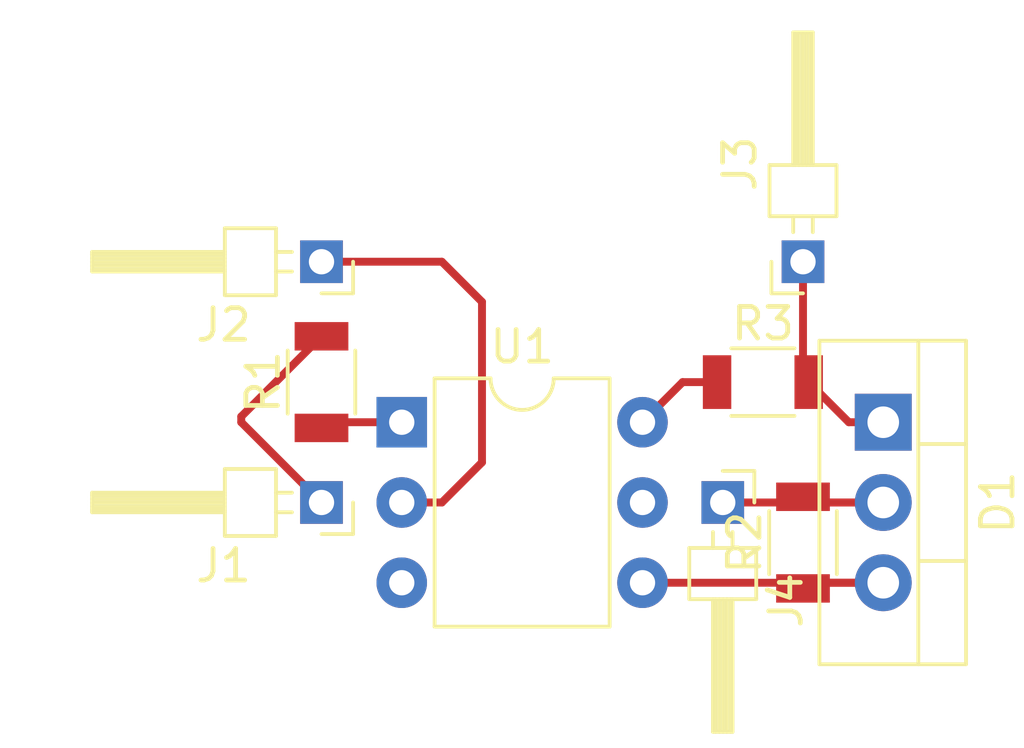
<source format=kicad_pcb>
(kicad_pcb (version 4) (host pcbnew 4.0.7)

  (general
    (links 10)
    (no_connects 0)
    (area 150.424287 115.264999 188.665715 138.735001)
    (thickness 1.6)
    (drawings 8)
    (tracks 23)
    (zones 0)
    (modules 9)
    (nets 10)
  )

  (page A4)
  (layers
    (0 F.Cu signal)
    (31 B.Cu signal)
    (32 B.Adhes user)
    (33 F.Adhes user)
    (34 B.Paste user)
    (35 F.Paste user)
    (36 B.SilkS user)
    (37 F.SilkS user)
    (38 B.Mask user)
    (39 F.Mask user)
    (40 Dwgs.User user)
    (41 Cmts.User user)
    (42 Eco1.User user)
    (43 Eco2.User user)
    (44 Edge.Cuts user)
    (45 Margin user)
    (46 B.CrtYd user)
    (47 F.CrtYd user)
    (48 B.Fab user)
    (49 F.Fab user)
  )

  (setup
    (last_trace_width 0.25)
    (trace_clearance 0.2)
    (zone_clearance 0.508)
    (zone_45_only no)
    (trace_min 0.2)
    (segment_width 0.2)
    (edge_width 0.15)
    (via_size 0.6)
    (via_drill 0.4)
    (via_min_size 0.4)
    (via_min_drill 0.3)
    (uvia_size 0.3)
    (uvia_drill 0.1)
    (uvias_allowed no)
    (uvia_min_size 0.2)
    (uvia_min_drill 0.1)
    (pcb_text_width 0.3)
    (pcb_text_size 1.5 1.5)
    (mod_edge_width 0.15)
    (mod_text_size 1 1)
    (mod_text_width 0.15)
    (pad_size 1.524 1.524)
    (pad_drill 0.762)
    (pad_to_mask_clearance 0.2)
    (aux_axis_origin 0 0)
    (visible_elements 7FFFFFFF)
    (pcbplotparams
      (layerselection 0x00030_80000001)
      (usegerberextensions false)
      (excludeedgelayer true)
      (linewidth 0.100000)
      (plotframeref false)
      (viasonmask false)
      (mode 1)
      (useauxorigin false)
      (hpglpennumber 1)
      (hpglpenspeed 20)
      (hpglpendiameter 15)
      (hpglpenoverlay 2)
      (psnegative false)
      (psa4output false)
      (plotreference true)
      (plotvalue true)
      (plotinvisibletext false)
      (padsonsilk false)
      (subtractmaskfromsilk false)
      (outputformat 1)
      (mirror false)
      (drillshape 1)
      (scaleselection 1)
      (outputdirectory ""))
  )

  (net 0 "")
  (net 1 LINE)
  (net 2 "Net-(D1-Pad3)")
  (net 3 "Net-(R1-Pad1)")
  (net 4 "Net-(R3-Pad1)")
  (net 5 "Net-(U1-Pad5)")
  (net 6 "Net-(U1-Pad3)")
  (net 7 "Net-(J1-Pad1)")
  (net 8 "Net-(J2-Pad1)")
  (net 9 "Net-(D1-Pad1)")

  (net_class Default "This is the default net class."
    (clearance 0.2)
    (trace_width 0.25)
    (via_dia 0.6)
    (via_drill 0.4)
    (uvia_dia 0.3)
    (uvia_drill 0.1)
    (add_net LINE)
    (add_net "Net-(D1-Pad1)")
    (add_net "Net-(D1-Pad3)")
    (add_net "Net-(J1-Pad1)")
    (add_net "Net-(J2-Pad1)")
    (add_net "Net-(R1-Pad1)")
    (add_net "Net-(R3-Pad1)")
    (add_net "Net-(U1-Pad3)")
    (add_net "Net-(U1-Pad5)")
  )

  (module Pin_Headers:Pin_Header_Angled_1x01_Pitch2.00mm (layer F.Cu) (tedit 59650533) (tstamp 5A986640)
    (at 173.99 130.81 270)
    (descr "Through hole angled pin header, 1x01, 2.00mm pitch, 4.2mm pin length, single row")
    (tags "Through hole angled pin header THT 1x01 2.00mm single row")
    (path /5A9868D3)
    (fp_text reference J4 (at 3.1 -2 270) (layer F.SilkS)
      (effects (font (size 1 1) (thickness 0.15)))
    )
    (fp_text value Conn_01x01 (at 3.1 2 270) (layer F.Fab)
      (effects (font (size 1 1) (thickness 0.15)))
    )
    (fp_line (start 1.875 -1) (end 3 -1) (layer F.Fab) (width 0.1))
    (fp_line (start 3 -1) (end 3 1) (layer F.Fab) (width 0.1))
    (fp_line (start 3 1) (end 1.5 1) (layer F.Fab) (width 0.1))
    (fp_line (start 1.5 1) (end 1.5 -0.625) (layer F.Fab) (width 0.1))
    (fp_line (start 1.5 -0.625) (end 1.875 -1) (layer F.Fab) (width 0.1))
    (fp_line (start -0.25 -0.25) (end 1.5 -0.25) (layer F.Fab) (width 0.1))
    (fp_line (start -0.25 -0.25) (end -0.25 0.25) (layer F.Fab) (width 0.1))
    (fp_line (start -0.25 0.25) (end 1.5 0.25) (layer F.Fab) (width 0.1))
    (fp_line (start 3 -0.25) (end 7.2 -0.25) (layer F.Fab) (width 0.1))
    (fp_line (start 7.2 -0.25) (end 7.2 0.25) (layer F.Fab) (width 0.1))
    (fp_line (start 3 0.25) (end 7.2 0.25) (layer F.Fab) (width 0.1))
    (fp_line (start 1.44 -1.06) (end 1.44 1.06) (layer F.SilkS) (width 0.12))
    (fp_line (start 1.44 1.06) (end 3.06 1.06) (layer F.SilkS) (width 0.12))
    (fp_line (start 3.06 1.06) (end 3.06 -1.06) (layer F.SilkS) (width 0.12))
    (fp_line (start 3.06 -1.06) (end 1.44 -1.06) (layer F.SilkS) (width 0.12))
    (fp_line (start 3.06 -0.31) (end 7.26 -0.31) (layer F.SilkS) (width 0.12))
    (fp_line (start 7.26 -0.31) (end 7.26 0.31) (layer F.SilkS) (width 0.12))
    (fp_line (start 7.26 0.31) (end 3.06 0.31) (layer F.SilkS) (width 0.12))
    (fp_line (start 3.06 -0.25) (end 7.26 -0.25) (layer F.SilkS) (width 0.12))
    (fp_line (start 3.06 -0.13) (end 7.26 -0.13) (layer F.SilkS) (width 0.12))
    (fp_line (start 3.06 -0.01) (end 7.26 -0.01) (layer F.SilkS) (width 0.12))
    (fp_line (start 3.06 0.11) (end 7.26 0.11) (layer F.SilkS) (width 0.12))
    (fp_line (start 3.06 0.23) (end 7.26 0.23) (layer F.SilkS) (width 0.12))
    (fp_line (start 0.935 -0.31) (end 1.44 -0.31) (layer F.SilkS) (width 0.12))
    (fp_line (start 0.935 0.31) (end 1.44 0.31) (layer F.SilkS) (width 0.12))
    (fp_line (start -1 0) (end -1 -1) (layer F.SilkS) (width 0.12))
    (fp_line (start -1 -1) (end 0 -1) (layer F.SilkS) (width 0.12))
    (fp_line (start -1.5 -1.5) (end -1.5 1.5) (layer F.CrtYd) (width 0.05))
    (fp_line (start -1.5 1.5) (end 7.7 1.5) (layer F.CrtYd) (width 0.05))
    (fp_line (start 7.7 1.5) (end 7.7 -1.5) (layer F.CrtYd) (width 0.05))
    (fp_line (start 7.7 -1.5) (end -1.5 -1.5) (layer F.CrtYd) (width 0.05))
    (fp_text user %R (at 2.25 0 360) (layer F.Fab)
      (effects (font (size 0.9 0.9) (thickness 0.135)))
    )
    (pad 1 thru_hole rect (at 0 0 270) (size 1.35 1.35) (drill 0.8) (layers *.Cu *.Mask)
      (net 1 LINE))
    (model ${KISYS3DMOD}/Pin_Headers.3dshapes/Pin_Header_Angled_1x01_Pitch2.00mm.wrl
      (at (xyz 0 0 0))
      (scale (xyz 1 1 1))
      (rotate (xyz 0 0 0))
    )
  )

  (module Housings_DIP:DIP-6_W7.62mm (layer F.Cu) (tedit 58CC8E33) (tstamp 5A99AD37)
    (at 163.83 128.27)
    (descr "6-lead dip package, row spacing 7.62 mm (300 mils)")
    (tags "DIL DIP PDIP 2.54mm 7.62mm 300mil")
    (path /5A984D38)
    (fp_text reference U1 (at 3.81 -2.39) (layer F.SilkS)
      (effects (font (size 1 1) (thickness 0.15)))
    )
    (fp_text value MOC3063M (at 3.81 7.47) (layer F.Fab)
      (effects (font (size 1 1) (thickness 0.15)))
    )
    (fp_text user %R (at 3.81 2.54) (layer F.Fab)
      (effects (font (size 1 1) (thickness 0.15)))
    )
    (fp_line (start 1.635 -1.27) (end 6.985 -1.27) (layer F.Fab) (width 0.1))
    (fp_line (start 6.985 -1.27) (end 6.985 6.35) (layer F.Fab) (width 0.1))
    (fp_line (start 6.985 6.35) (end 0.635 6.35) (layer F.Fab) (width 0.1))
    (fp_line (start 0.635 6.35) (end 0.635 -0.27) (layer F.Fab) (width 0.1))
    (fp_line (start 0.635 -0.27) (end 1.635 -1.27) (layer F.Fab) (width 0.1))
    (fp_line (start 2.81 -1.39) (end 1.04 -1.39) (layer F.SilkS) (width 0.12))
    (fp_line (start 1.04 -1.39) (end 1.04 6.47) (layer F.SilkS) (width 0.12))
    (fp_line (start 1.04 6.47) (end 6.58 6.47) (layer F.SilkS) (width 0.12))
    (fp_line (start 6.58 6.47) (end 6.58 -1.39) (layer F.SilkS) (width 0.12))
    (fp_line (start 6.58 -1.39) (end 4.81 -1.39) (layer F.SilkS) (width 0.12))
    (fp_line (start -1.1 -1.6) (end -1.1 6.6) (layer F.CrtYd) (width 0.05))
    (fp_line (start -1.1 6.6) (end 8.7 6.6) (layer F.CrtYd) (width 0.05))
    (fp_line (start 8.7 6.6) (end 8.7 -1.6) (layer F.CrtYd) (width 0.05))
    (fp_line (start 8.7 -1.6) (end -1.1 -1.6) (layer F.CrtYd) (width 0.05))
    (fp_arc (start 3.81 -1.39) (end 2.81 -1.39) (angle -180) (layer F.SilkS) (width 0.12))
    (pad 1 thru_hole rect (at 0 0) (size 1.6 1.6) (drill 0.8) (layers *.Cu *.Mask)
      (net 3 "Net-(R1-Pad1)"))
    (pad 4 thru_hole oval (at 7.62 5.08) (size 1.6 1.6) (drill 0.8) (layers *.Cu *.Mask)
      (net 2 "Net-(D1-Pad3)"))
    (pad 2 thru_hole oval (at 0 2.54) (size 1.6 1.6) (drill 0.8) (layers *.Cu *.Mask)
      (net 8 "Net-(J2-Pad1)"))
    (pad 5 thru_hole oval (at 7.62 2.54) (size 1.6 1.6) (drill 0.8) (layers *.Cu *.Mask)
      (net 5 "Net-(U1-Pad5)"))
    (pad 3 thru_hole oval (at 0 5.08) (size 1.6 1.6) (drill 0.8) (layers *.Cu *.Mask)
      (net 6 "Net-(U1-Pad3)"))
    (pad 6 thru_hole oval (at 7.62 0) (size 1.6 1.6) (drill 0.8) (layers *.Cu *.Mask)
      (net 4 "Net-(R3-Pad1)"))
    (model ${KISYS3DMOD}/Housings_DIP.3dshapes/DIP-6_W7.62mm.wrl
      (at (xyz 0 0 0))
      (scale (xyz 1 1 1))
      (rotate (xyz 0 0 0))
    )
  )

  (module Resistors_SMD:R_1206 (layer F.Cu) (tedit 5A99AD6C) (tstamp 5A9852A3)
    (at 161.29 127 90)
    (descr "Resistor SMD 1206, reflow soldering, Vishay (see dcrcw.pdf)")
    (tags "resistor 1206")
    (path /5A984F57)
    (attr smd)
    (fp_text reference R1 (at 0 -1.85 90) (layer F.SilkS)
      (effects (font (size 1 1) (thickness 0.15)))
    )
    (fp_text value R (at 0 1.95 90) (layer F.Fab)
      (effects (font (size 1 1) (thickness 0.15)))
    )
    (fp_text user %R (at 0 0 90) (layer F.Fab)
      (effects (font (size 0.7 0.7) (thickness 0.105)))
    )
    (fp_line (start -1.6 0.8) (end -1.6 -0.8) (layer F.Fab) (width 0.1))
    (fp_line (start 1.6 0.8) (end -1.6 0.8) (layer F.Fab) (width 0.1))
    (fp_line (start 1.6 -0.8) (end 1.6 0.8) (layer F.Fab) (width 0.1))
    (fp_line (start -1.6 -0.8) (end 1.6 -0.8) (layer F.Fab) (width 0.1))
    (fp_line (start 1 1.07) (end -1 1.07) (layer F.SilkS) (width 0.12))
    (fp_line (start -1 -1.07) (end 1 -1.07) (layer F.SilkS) (width 0.12))
    (fp_line (start -2.15 -1.11) (end 2.15 -1.11) (layer F.CrtYd) (width 0.05))
    (fp_line (start -2.15 -1.11) (end -2.15 1.1) (layer F.CrtYd) (width 0.05))
    (fp_line (start 2.15 1.1) (end 2.15 -1.11) (layer F.CrtYd) (width 0.05))
    (fp_line (start 2.15 1.1) (end -2.15 1.1) (layer F.CrtYd) (width 0.05))
    (pad 1 smd rect (at -1.45 0 90) (size 0.9 1.7) (layers F.Cu F.Paste F.Mask)
      (net 3 "Net-(R1-Pad1)"))
    (pad 2 smd rect (at 1.45 0 90) (size 0.9 1.7) (layers F.Cu F.Paste F.Mask)
      (net 7 "Net-(J1-Pad1)"))
    (model ${KISYS3DMOD}/Resistors_SMD.3dshapes/R_1206.wrl
      (at (xyz 0 0 0))
      (scale (xyz 1 1 1))
      (rotate (xyz 0 0 0))
    )
  )

  (module Resistors_SMD:R_1206 (layer F.Cu) (tedit 58E0A804) (tstamp 5A9852A9)
    (at 176.53 132.08 90)
    (descr "Resistor SMD 1206, reflow soldering, Vishay (see dcrcw.pdf)")
    (tags "resistor 1206")
    (path /5A984E43)
    (attr smd)
    (fp_text reference R2 (at 0 -1.85 90) (layer F.SilkS)
      (effects (font (size 1 1) (thickness 0.15)))
    )
    (fp_text value 4k7 (at 0 1.95 90) (layer F.Fab)
      (effects (font (size 1 1) (thickness 0.15)))
    )
    (fp_text user %R (at 0 0 90) (layer F.Fab)
      (effects (font (size 0.7 0.7) (thickness 0.105)))
    )
    (fp_line (start -1.6 0.8) (end -1.6 -0.8) (layer F.Fab) (width 0.1))
    (fp_line (start 1.6 0.8) (end -1.6 0.8) (layer F.Fab) (width 0.1))
    (fp_line (start 1.6 -0.8) (end 1.6 0.8) (layer F.Fab) (width 0.1))
    (fp_line (start -1.6 -0.8) (end 1.6 -0.8) (layer F.Fab) (width 0.1))
    (fp_line (start 1 1.07) (end -1 1.07) (layer F.SilkS) (width 0.12))
    (fp_line (start -1 -1.07) (end 1 -1.07) (layer F.SilkS) (width 0.12))
    (fp_line (start -2.15 -1.11) (end 2.15 -1.11) (layer F.CrtYd) (width 0.05))
    (fp_line (start -2.15 -1.11) (end -2.15 1.1) (layer F.CrtYd) (width 0.05))
    (fp_line (start 2.15 1.1) (end 2.15 -1.11) (layer F.CrtYd) (width 0.05))
    (fp_line (start 2.15 1.1) (end -2.15 1.1) (layer F.CrtYd) (width 0.05))
    (pad 1 smd rect (at -1.45 0 90) (size 0.9 1.7) (layers F.Cu F.Paste F.Mask)
      (net 2 "Net-(D1-Pad3)"))
    (pad 2 smd rect (at 1.45 0 90) (size 0.9 1.7) (layers F.Cu F.Paste F.Mask)
      (net 1 LINE))
    (model ${KISYS3DMOD}/Resistors_SMD.3dshapes/R_1206.wrl
      (at (xyz 0 0 0))
      (scale (xyz 1 1 1))
      (rotate (xyz 0 0 0))
    )
  )

  (module Resistors_SMD:R_1206 (layer F.Cu) (tedit 58E0A804) (tstamp 5A9852AF)
    (at 175.26 127)
    (descr "Resistor SMD 1206, reflow soldering, Vishay (see dcrcw.pdf)")
    (tags "resistor 1206")
    (path /5A984EE6)
    (attr smd)
    (fp_text reference R3 (at 0 -1.85) (layer F.SilkS)
      (effects (font (size 1 1) (thickness 0.15)))
    )
    (fp_text value 470R (at 0 1.95) (layer F.Fab)
      (effects (font (size 1 1) (thickness 0.15)))
    )
    (fp_text user %R (at 0 0) (layer F.Fab)
      (effects (font (size 0.7 0.7) (thickness 0.105)))
    )
    (fp_line (start -1.6 0.8) (end -1.6 -0.8) (layer F.Fab) (width 0.1))
    (fp_line (start 1.6 0.8) (end -1.6 0.8) (layer F.Fab) (width 0.1))
    (fp_line (start 1.6 -0.8) (end 1.6 0.8) (layer F.Fab) (width 0.1))
    (fp_line (start -1.6 -0.8) (end 1.6 -0.8) (layer F.Fab) (width 0.1))
    (fp_line (start 1 1.07) (end -1 1.07) (layer F.SilkS) (width 0.12))
    (fp_line (start -1 -1.07) (end 1 -1.07) (layer F.SilkS) (width 0.12))
    (fp_line (start -2.15 -1.11) (end 2.15 -1.11) (layer F.CrtYd) (width 0.05))
    (fp_line (start -2.15 -1.11) (end -2.15 1.1) (layer F.CrtYd) (width 0.05))
    (fp_line (start 2.15 1.1) (end 2.15 -1.11) (layer F.CrtYd) (width 0.05))
    (fp_line (start 2.15 1.1) (end -2.15 1.1) (layer F.CrtYd) (width 0.05))
    (pad 1 smd rect (at -1.45 0) (size 0.9 1.7) (layers F.Cu F.Paste F.Mask)
      (net 4 "Net-(R3-Pad1)"))
    (pad 2 smd rect (at 1.45 0) (size 0.9 1.7) (layers F.Cu F.Paste F.Mask)
      (net 9 "Net-(D1-Pad1)"))
    (model ${KISYS3DMOD}/Resistors_SMD.3dshapes/R_1206.wrl
      (at (xyz 0 0 0))
      (scale (xyz 1 1 1))
      (rotate (xyz 0 0 0))
    )
  )

  (module Pin_Headers:Pin_Header_Angled_1x01_Pitch2.00mm (layer F.Cu) (tedit 59650533) (tstamp 5A986631)
    (at 161.29 130.81 180)
    (descr "Through hole angled pin header, 1x01, 2.00mm pitch, 4.2mm pin length, single row")
    (tags "Through hole angled pin header THT 1x01 2.00mm single row")
    (path /5A986677)
    (fp_text reference J1 (at 3.1 -2 180) (layer F.SilkS)
      (effects (font (size 1 1) (thickness 0.15)))
    )
    (fp_text value Conn_01x01 (at 3.1 2 180) (layer F.Fab)
      (effects (font (size 1 1) (thickness 0.15)))
    )
    (fp_line (start 1.875 -1) (end 3 -1) (layer F.Fab) (width 0.1))
    (fp_line (start 3 -1) (end 3 1) (layer F.Fab) (width 0.1))
    (fp_line (start 3 1) (end 1.5 1) (layer F.Fab) (width 0.1))
    (fp_line (start 1.5 1) (end 1.5 -0.625) (layer F.Fab) (width 0.1))
    (fp_line (start 1.5 -0.625) (end 1.875 -1) (layer F.Fab) (width 0.1))
    (fp_line (start -0.25 -0.25) (end 1.5 -0.25) (layer F.Fab) (width 0.1))
    (fp_line (start -0.25 -0.25) (end -0.25 0.25) (layer F.Fab) (width 0.1))
    (fp_line (start -0.25 0.25) (end 1.5 0.25) (layer F.Fab) (width 0.1))
    (fp_line (start 3 -0.25) (end 7.2 -0.25) (layer F.Fab) (width 0.1))
    (fp_line (start 7.2 -0.25) (end 7.2 0.25) (layer F.Fab) (width 0.1))
    (fp_line (start 3 0.25) (end 7.2 0.25) (layer F.Fab) (width 0.1))
    (fp_line (start 1.44 -1.06) (end 1.44 1.06) (layer F.SilkS) (width 0.12))
    (fp_line (start 1.44 1.06) (end 3.06 1.06) (layer F.SilkS) (width 0.12))
    (fp_line (start 3.06 1.06) (end 3.06 -1.06) (layer F.SilkS) (width 0.12))
    (fp_line (start 3.06 -1.06) (end 1.44 -1.06) (layer F.SilkS) (width 0.12))
    (fp_line (start 3.06 -0.31) (end 7.26 -0.31) (layer F.SilkS) (width 0.12))
    (fp_line (start 7.26 -0.31) (end 7.26 0.31) (layer F.SilkS) (width 0.12))
    (fp_line (start 7.26 0.31) (end 3.06 0.31) (layer F.SilkS) (width 0.12))
    (fp_line (start 3.06 -0.25) (end 7.26 -0.25) (layer F.SilkS) (width 0.12))
    (fp_line (start 3.06 -0.13) (end 7.26 -0.13) (layer F.SilkS) (width 0.12))
    (fp_line (start 3.06 -0.01) (end 7.26 -0.01) (layer F.SilkS) (width 0.12))
    (fp_line (start 3.06 0.11) (end 7.26 0.11) (layer F.SilkS) (width 0.12))
    (fp_line (start 3.06 0.23) (end 7.26 0.23) (layer F.SilkS) (width 0.12))
    (fp_line (start 0.935 -0.31) (end 1.44 -0.31) (layer F.SilkS) (width 0.12))
    (fp_line (start 0.935 0.31) (end 1.44 0.31) (layer F.SilkS) (width 0.12))
    (fp_line (start -1 0) (end -1 -1) (layer F.SilkS) (width 0.12))
    (fp_line (start -1 -1) (end 0 -1) (layer F.SilkS) (width 0.12))
    (fp_line (start -1.5 -1.5) (end -1.5 1.5) (layer F.CrtYd) (width 0.05))
    (fp_line (start -1.5 1.5) (end 7.7 1.5) (layer F.CrtYd) (width 0.05))
    (fp_line (start 7.7 1.5) (end 7.7 -1.5) (layer F.CrtYd) (width 0.05))
    (fp_line (start 7.7 -1.5) (end -1.5 -1.5) (layer F.CrtYd) (width 0.05))
    (fp_text user %R (at 2.25 0 270) (layer F.Fab)
      (effects (font (size 0.9 0.9) (thickness 0.135)))
    )
    (pad 1 thru_hole rect (at 0 0 180) (size 1.35 1.35) (drill 0.8) (layers *.Cu *.Mask)
      (net 7 "Net-(J1-Pad1)"))
    (model ${KISYS3DMOD}/Pin_Headers.3dshapes/Pin_Header_Angled_1x01_Pitch2.00mm.wrl
      (at (xyz 0 0 0))
      (scale (xyz 1 1 1))
      (rotate (xyz 0 0 0))
    )
  )

  (module Pin_Headers:Pin_Header_Angled_1x01_Pitch2.00mm (layer F.Cu) (tedit 59650533) (tstamp 5A986636)
    (at 161.29 123.19 180)
    (descr "Through hole angled pin header, 1x01, 2.00mm pitch, 4.2mm pin length, single row")
    (tags "Through hole angled pin header THT 1x01 2.00mm single row")
    (path /5A986724)
    (fp_text reference J2 (at 3.1 -2 180) (layer F.SilkS)
      (effects (font (size 1 1) (thickness 0.15)))
    )
    (fp_text value Conn_01x01 (at 3.1 2 180) (layer F.Fab)
      (effects (font (size 1 1) (thickness 0.15)))
    )
    (fp_line (start 1.875 -1) (end 3 -1) (layer F.Fab) (width 0.1))
    (fp_line (start 3 -1) (end 3 1) (layer F.Fab) (width 0.1))
    (fp_line (start 3 1) (end 1.5 1) (layer F.Fab) (width 0.1))
    (fp_line (start 1.5 1) (end 1.5 -0.625) (layer F.Fab) (width 0.1))
    (fp_line (start 1.5 -0.625) (end 1.875 -1) (layer F.Fab) (width 0.1))
    (fp_line (start -0.25 -0.25) (end 1.5 -0.25) (layer F.Fab) (width 0.1))
    (fp_line (start -0.25 -0.25) (end -0.25 0.25) (layer F.Fab) (width 0.1))
    (fp_line (start -0.25 0.25) (end 1.5 0.25) (layer F.Fab) (width 0.1))
    (fp_line (start 3 -0.25) (end 7.2 -0.25) (layer F.Fab) (width 0.1))
    (fp_line (start 7.2 -0.25) (end 7.2 0.25) (layer F.Fab) (width 0.1))
    (fp_line (start 3 0.25) (end 7.2 0.25) (layer F.Fab) (width 0.1))
    (fp_line (start 1.44 -1.06) (end 1.44 1.06) (layer F.SilkS) (width 0.12))
    (fp_line (start 1.44 1.06) (end 3.06 1.06) (layer F.SilkS) (width 0.12))
    (fp_line (start 3.06 1.06) (end 3.06 -1.06) (layer F.SilkS) (width 0.12))
    (fp_line (start 3.06 -1.06) (end 1.44 -1.06) (layer F.SilkS) (width 0.12))
    (fp_line (start 3.06 -0.31) (end 7.26 -0.31) (layer F.SilkS) (width 0.12))
    (fp_line (start 7.26 -0.31) (end 7.26 0.31) (layer F.SilkS) (width 0.12))
    (fp_line (start 7.26 0.31) (end 3.06 0.31) (layer F.SilkS) (width 0.12))
    (fp_line (start 3.06 -0.25) (end 7.26 -0.25) (layer F.SilkS) (width 0.12))
    (fp_line (start 3.06 -0.13) (end 7.26 -0.13) (layer F.SilkS) (width 0.12))
    (fp_line (start 3.06 -0.01) (end 7.26 -0.01) (layer F.SilkS) (width 0.12))
    (fp_line (start 3.06 0.11) (end 7.26 0.11) (layer F.SilkS) (width 0.12))
    (fp_line (start 3.06 0.23) (end 7.26 0.23) (layer F.SilkS) (width 0.12))
    (fp_line (start 0.935 -0.31) (end 1.44 -0.31) (layer F.SilkS) (width 0.12))
    (fp_line (start 0.935 0.31) (end 1.44 0.31) (layer F.SilkS) (width 0.12))
    (fp_line (start -1 0) (end -1 -1) (layer F.SilkS) (width 0.12))
    (fp_line (start -1 -1) (end 0 -1) (layer F.SilkS) (width 0.12))
    (fp_line (start -1.5 -1.5) (end -1.5 1.5) (layer F.CrtYd) (width 0.05))
    (fp_line (start -1.5 1.5) (end 7.7 1.5) (layer F.CrtYd) (width 0.05))
    (fp_line (start 7.7 1.5) (end 7.7 -1.5) (layer F.CrtYd) (width 0.05))
    (fp_line (start 7.7 -1.5) (end -1.5 -1.5) (layer F.CrtYd) (width 0.05))
    (fp_text user %R (at 2.25 0 270) (layer F.Fab)
      (effects (font (size 0.9 0.9) (thickness 0.135)))
    )
    (pad 1 thru_hole rect (at 0 0 180) (size 1.35 1.35) (drill 0.8) (layers *.Cu *.Mask)
      (net 8 "Net-(J2-Pad1)"))
    (model ${KISYS3DMOD}/Pin_Headers.3dshapes/Pin_Header_Angled_1x01_Pitch2.00mm.wrl
      (at (xyz 0 0 0))
      (scale (xyz 1 1 1))
      (rotate (xyz 0 0 0))
    )
  )

  (module Pin_Headers:Pin_Header_Angled_1x01_Pitch2.00mm (layer F.Cu) (tedit 59650533) (tstamp 5A98663B)
    (at 176.53 123.19 90)
    (descr "Through hole angled pin header, 1x01, 2.00mm pitch, 4.2mm pin length, single row")
    (tags "Through hole angled pin header THT 1x01 2.00mm single row")
    (path /5A9867CE)
    (fp_text reference J3 (at 3.1 -2 90) (layer F.SilkS)
      (effects (font (size 1 1) (thickness 0.15)))
    )
    (fp_text value Conn_01x01 (at 3.1 2 90) (layer F.Fab)
      (effects (font (size 1 1) (thickness 0.15)))
    )
    (fp_line (start 1.875 -1) (end 3 -1) (layer F.Fab) (width 0.1))
    (fp_line (start 3 -1) (end 3 1) (layer F.Fab) (width 0.1))
    (fp_line (start 3 1) (end 1.5 1) (layer F.Fab) (width 0.1))
    (fp_line (start 1.5 1) (end 1.5 -0.625) (layer F.Fab) (width 0.1))
    (fp_line (start 1.5 -0.625) (end 1.875 -1) (layer F.Fab) (width 0.1))
    (fp_line (start -0.25 -0.25) (end 1.5 -0.25) (layer F.Fab) (width 0.1))
    (fp_line (start -0.25 -0.25) (end -0.25 0.25) (layer F.Fab) (width 0.1))
    (fp_line (start -0.25 0.25) (end 1.5 0.25) (layer F.Fab) (width 0.1))
    (fp_line (start 3 -0.25) (end 7.2 -0.25) (layer F.Fab) (width 0.1))
    (fp_line (start 7.2 -0.25) (end 7.2 0.25) (layer F.Fab) (width 0.1))
    (fp_line (start 3 0.25) (end 7.2 0.25) (layer F.Fab) (width 0.1))
    (fp_line (start 1.44 -1.06) (end 1.44 1.06) (layer F.SilkS) (width 0.12))
    (fp_line (start 1.44 1.06) (end 3.06 1.06) (layer F.SilkS) (width 0.12))
    (fp_line (start 3.06 1.06) (end 3.06 -1.06) (layer F.SilkS) (width 0.12))
    (fp_line (start 3.06 -1.06) (end 1.44 -1.06) (layer F.SilkS) (width 0.12))
    (fp_line (start 3.06 -0.31) (end 7.26 -0.31) (layer F.SilkS) (width 0.12))
    (fp_line (start 7.26 -0.31) (end 7.26 0.31) (layer F.SilkS) (width 0.12))
    (fp_line (start 7.26 0.31) (end 3.06 0.31) (layer F.SilkS) (width 0.12))
    (fp_line (start 3.06 -0.25) (end 7.26 -0.25) (layer F.SilkS) (width 0.12))
    (fp_line (start 3.06 -0.13) (end 7.26 -0.13) (layer F.SilkS) (width 0.12))
    (fp_line (start 3.06 -0.01) (end 7.26 -0.01) (layer F.SilkS) (width 0.12))
    (fp_line (start 3.06 0.11) (end 7.26 0.11) (layer F.SilkS) (width 0.12))
    (fp_line (start 3.06 0.23) (end 7.26 0.23) (layer F.SilkS) (width 0.12))
    (fp_line (start 0.935 -0.31) (end 1.44 -0.31) (layer F.SilkS) (width 0.12))
    (fp_line (start 0.935 0.31) (end 1.44 0.31) (layer F.SilkS) (width 0.12))
    (fp_line (start -1 0) (end -1 -1) (layer F.SilkS) (width 0.12))
    (fp_line (start -1 -1) (end 0 -1) (layer F.SilkS) (width 0.12))
    (fp_line (start -1.5 -1.5) (end -1.5 1.5) (layer F.CrtYd) (width 0.05))
    (fp_line (start -1.5 1.5) (end 7.7 1.5) (layer F.CrtYd) (width 0.05))
    (fp_line (start 7.7 1.5) (end 7.7 -1.5) (layer F.CrtYd) (width 0.05))
    (fp_line (start 7.7 -1.5) (end -1.5 -1.5) (layer F.CrtYd) (width 0.05))
    (fp_text user %R (at 2.25 0 180) (layer F.Fab)
      (effects (font (size 0.9 0.9) (thickness 0.135)))
    )
    (pad 1 thru_hole rect (at 0 0 90) (size 1.35 1.35) (drill 0.8) (layers *.Cu *.Mask)
      (net 9 "Net-(D1-Pad1)"))
    (model ${KISYS3DMOD}/Pin_Headers.3dshapes/Pin_Header_Angled_1x01_Pitch2.00mm.wrl
      (at (xyz 0 0 0))
      (scale (xyz 1 1 1))
      (rotate (xyz 0 0 0))
    )
  )

  (module TO_SOT_Packages_THT:TO-220_Vertical (layer F.Cu) (tedit 58CE52AD) (tstamp 5A99B649)
    (at 179.07 128.27 270)
    (descr "TO-220, Vertical, RM 2.54mm")
    (tags "TO-220 Vertical RM 2.54mm")
    (path /5A984CC9)
    (fp_text reference D1 (at 2.54 -3.62 270) (layer F.SilkS)
      (effects (font (size 1 1) (thickness 0.15)))
    )
    (fp_text value Q_TRIAC_AAG (at 2.54 3.92 270) (layer F.Fab)
      (effects (font (size 1 1) (thickness 0.15)))
    )
    (fp_text user %R (at 2.54 -3.62 270) (layer F.Fab)
      (effects (font (size 1 1) (thickness 0.15)))
    )
    (fp_line (start -2.46 -2.5) (end -2.46 1.9) (layer F.Fab) (width 0.1))
    (fp_line (start -2.46 1.9) (end 7.54 1.9) (layer F.Fab) (width 0.1))
    (fp_line (start 7.54 1.9) (end 7.54 -2.5) (layer F.Fab) (width 0.1))
    (fp_line (start 7.54 -2.5) (end -2.46 -2.5) (layer F.Fab) (width 0.1))
    (fp_line (start -2.46 -1.23) (end 7.54 -1.23) (layer F.Fab) (width 0.1))
    (fp_line (start 0.69 -2.5) (end 0.69 -1.23) (layer F.Fab) (width 0.1))
    (fp_line (start 4.39 -2.5) (end 4.39 -1.23) (layer F.Fab) (width 0.1))
    (fp_line (start -2.58 -2.62) (end 7.66 -2.62) (layer F.SilkS) (width 0.12))
    (fp_line (start -2.58 2.021) (end 7.66 2.021) (layer F.SilkS) (width 0.12))
    (fp_line (start -2.58 -2.62) (end -2.58 2.021) (layer F.SilkS) (width 0.12))
    (fp_line (start 7.66 -2.62) (end 7.66 2.021) (layer F.SilkS) (width 0.12))
    (fp_line (start -2.58 -1.11) (end 7.66 -1.11) (layer F.SilkS) (width 0.12))
    (fp_line (start 0.69 -2.62) (end 0.69 -1.11) (layer F.SilkS) (width 0.12))
    (fp_line (start 4.391 -2.62) (end 4.391 -1.11) (layer F.SilkS) (width 0.12))
    (fp_line (start -2.71 -2.75) (end -2.71 2.16) (layer F.CrtYd) (width 0.05))
    (fp_line (start -2.71 2.16) (end 7.79 2.16) (layer F.CrtYd) (width 0.05))
    (fp_line (start 7.79 2.16) (end 7.79 -2.75) (layer F.CrtYd) (width 0.05))
    (fp_line (start 7.79 -2.75) (end -2.71 -2.75) (layer F.CrtYd) (width 0.05))
    (pad 1 thru_hole rect (at 0 0 270) (size 1.8 1.8) (drill 1) (layers *.Cu *.Mask)
      (net 9 "Net-(D1-Pad1)"))
    (pad 2 thru_hole oval (at 2.54 0 270) (size 1.8 1.8) (drill 1) (layers *.Cu *.Mask)
      (net 1 LINE))
    (pad 3 thru_hole oval (at 5.08 0 270) (size 1.8 1.8) (drill 1) (layers *.Cu *.Mask)
      (net 2 "Net-(D1-Pad3)"))
    (model ${KISYS3DMOD}/TO_SOT_Packages_THT.3dshapes/TO-220_Vertical.wrl
      (at (xyz 0.1 0 0))
      (scale (xyz 0.393701 0.393701 0.393701))
      (rotate (xyz 0 0 0))
    )
  )

  (gr_line (start 176.53 130.81) (end 176.53 123.19) (angle 90) (layer Dwgs.User) (width 0.2))
  (gr_circle (center 176.53 130.81) (end 175.26 130.81) (layer Dwgs.User) (width 0.2))
  (dimension 2.54 (width 0.3) (layer Dwgs.User)
    (gr_text "2.540 mm" (at 182.88 116.84) (layer Dwgs.User)
      (effects (font (size 1.5 1.5) (thickness 0.3)))
    )
    (feature1 (pts (xy 176.53 123.19) (xy 176.53 115.41)))
    (feature2 (pts (xy 173.99 123.19) (xy 173.99 115.41)))
    (crossbar (pts (xy 173.99 118.11) (xy 176.53 118.11)))
    (arrow1a (pts (xy 176.53 118.11) (xy 175.403496 118.696421)))
    (arrow1b (pts (xy 176.53 118.11) (xy 175.403496 117.523579)))
    (arrow2a (pts (xy 173.99 118.11) (xy 175.116504 118.696421)))
    (arrow2b (pts (xy 173.99 118.11) (xy 175.116504 117.523579)))
  )
  (gr_circle (center 161.29 130.81) (end 161.29 129.54) (layer Dwgs.User) (width 0.2))
  (dimension 7.62 (width 0.3) (layer Dwgs.User)
    (gr_text "7.620 mm" (at 156.21 127 270) (layer Dwgs.User)
      (effects (font (size 1.5 1.5) (thickness 0.3)))
    )
    (feature1 (pts (xy 161.29 130.81) (xy 156.05 130.81)))
    (feature2 (pts (xy 161.29 123.19) (xy 156.05 123.19)))
    (crossbar (pts (xy 158.75 123.19) (xy 158.75 130.81)))
    (arrow1a (pts (xy 158.75 130.81) (xy 158.163579 129.683496)))
    (arrow1b (pts (xy 158.75 130.81) (xy 159.336421 129.683496)))
    (arrow2a (pts (xy 158.75 123.19) (xy 158.163579 124.316504)))
    (arrow2b (pts (xy 158.75 123.19) (xy 159.336421 124.316504)))
  )
  (gr_circle (center 173.99 123.19) (end 172.72 123.19) (layer Dwgs.User) (width 0.2))
  (dimension 12.7 (width 0.3) (layer Dwgs.User)
    (gr_text "12.700 mm" (at 167.64 116.76) (layer Dwgs.User)
      (effects (font (size 1.5 1.5) (thickness 0.3)))
    )
    (feature1 (pts (xy 173.99 123.19) (xy 173.99 115.41)))
    (feature2 (pts (xy 161.29 123.19) (xy 161.29 115.41)))
    (crossbar (pts (xy 161.29 118.11) (xy 173.99 118.11)))
    (arrow1a (pts (xy 173.99 118.11) (xy 172.863496 118.696421)))
    (arrow1b (pts (xy 173.99 118.11) (xy 172.863496 117.523579)))
    (arrow2a (pts (xy 161.29 118.11) (xy 162.416504 118.696421)))
    (arrow2b (pts (xy 161.29 118.11) (xy 162.416504 117.523579)))
  )
  (gr_circle (center 161.29 123.19) (end 160.02 123.19) (layer Dwgs.User) (width 0.2))

  (segment (start 176.53 130.63) (end 176.53 130.81) (width 0.25) (layer F.Cu) (net 1))
  (segment (start 176.53 130.81) (end 179.07 130.81) (width 0.25) (layer F.Cu) (net 1) (tstamp 5A99BA5C))
  (segment (start 179.07 130.81) (end 173.99 130.81) (width 0.25) (layer F.Cu) (net 1))
  (segment (start 179.07 133.35) (end 176.71 133.35) (width 0.25) (layer F.Cu) (net 2))
  (segment (start 176.71 133.35) (end 176.53 133.53) (width 0.25) (layer F.Cu) (net 2) (tstamp 5A99BA67))
  (segment (start 176.53 133.53) (end 176.53 133.35) (width 0.25) (layer F.Cu) (net 2))
  (segment (start 171.45 133.35) (end 179.07 133.35) (width 0.25) (layer F.Cu) (net 2))
  (segment (start 163.83 128.27) (end 161.47 128.27) (width 0.25) (layer F.Cu) (net 3))
  (segment (start 161.47 128.27) (end 161.29 128.45) (width 0.25) (layer F.Cu) (net 3) (tstamp 5A9ED852))
  (segment (start 173.81 127) (end 172.72 127) (width 0.25) (layer F.Cu) (net 4))
  (segment (start 172.72 127) (end 171.45 128.27) (width 0.25) (layer F.Cu) (net 4) (tstamp 5A99BA88))
  (segment (start 161.29 130.81) (end 158.75 128.27) (width 0.25) (layer F.Cu) (net 7))
  (segment (start 158.75 128.09) (end 161.29 125.55) (width 0.25) (layer F.Cu) (net 7) (tstamp 5A9ED8F1))
  (segment (start 158.75 128.27) (end 158.75 128.09) (width 0.25) (layer F.Cu) (net 7) (tstamp 5A9ED8F0))
  (segment (start 163.83 130.81) (end 165.1 130.81) (width 0.25) (layer F.Cu) (net 8))
  (segment (start 165.1 123.19) (end 161.29 123.19) (width 0.25) (layer F.Cu) (net 8) (tstamp 5A9ED861))
  (segment (start 166.37 124.46) (end 165.1 123.19) (width 0.25) (layer F.Cu) (net 8) (tstamp 5A9ED85F))
  (segment (start 166.37 129.54) (end 166.37 124.46) (width 0.25) (layer F.Cu) (net 8) (tstamp 5A9ED85C))
  (segment (start 165.1 130.81) (end 166.37 129.54) (width 0.25) (layer F.Cu) (net 8) (tstamp 5A9ED855))
  (segment (start 176.53 123.19) (end 176.53 126.82) (width 0.25) (layer F.Cu) (net 9))
  (segment (start 176.53 126.82) (end 176.71 127) (width 0.25) (layer F.Cu) (net 9) (tstamp 5A99BAC9))
  (segment (start 179.07 128.27) (end 177.98 128.27) (width 0.25) (layer F.Cu) (net 9))
  (segment (start 177.98 128.27) (end 176.71 127) (width 0.25) (layer F.Cu) (net 9) (tstamp 5A99BA85))

)

</source>
